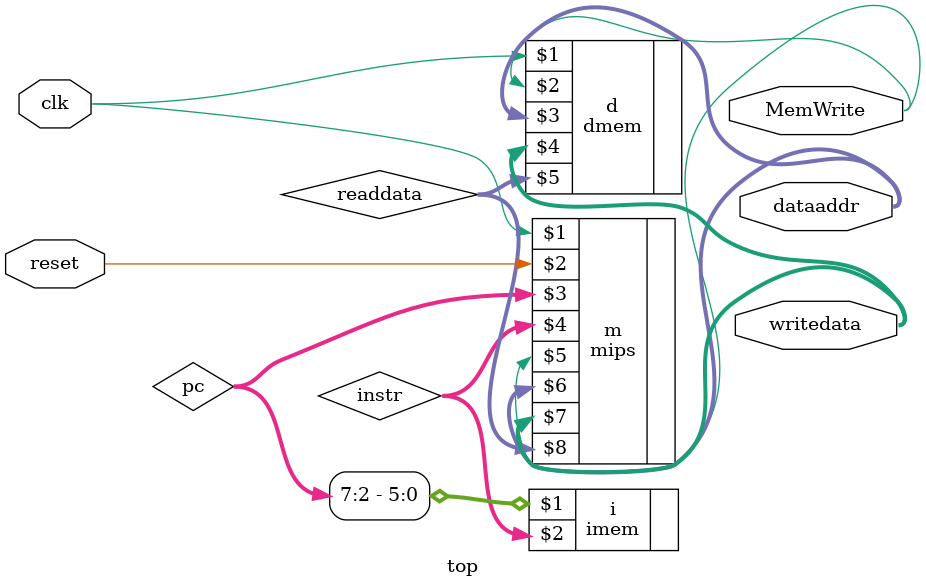
<source format=v>
module top (input clk, reset, output [63:0] writedata, dataaddr, output MemWrite);
    wire [63:0] pc, readdata;
    wire [31:0] instr;

    mips m(clk, reset, pc, instr, MemWrite, dataaddr, writedata, readdata);
    imem i(pc[7:2], instr);
    dmem d(clk, MemWrite, dataaddr, writedata, readdata);
endmodule
</source>
